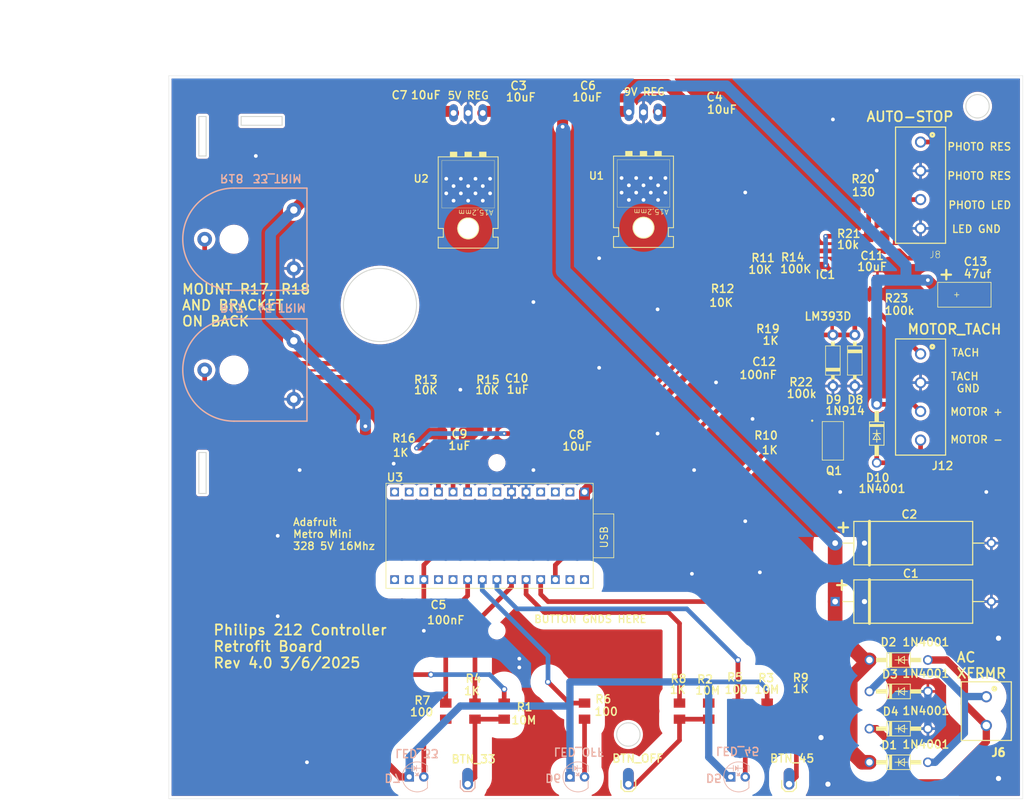
<source format=kicad_pcb>
(kicad_pcb (version 20240108) (generator "pcbnew") (generator_version "8.0")
  (layers (0 "F.Cu" signal) (31 "B.Cu" signal) (34 "B.Paste" user) (35 "F.Paste" user) (36 "B.SilkS" user "B.Silkscreen") (37 "F.SilkS" user "F.Silkscreen") (38 "B.Mask" user) (39 "F.Mask" user) (44 "Edge.Cuts" user))
  (net 0 "")
  (net 1 "A1")
  (net 2 "A0")
  (net 3 "GND")
  (net 4 "D2")
  (net 5 "B33_D8")
  (net 6 "BOFF_D9")
  (net 7 "B45_D10")
  (net 8 "L45")
  (net 9 "LOFF")
  (net 10 "L33")
  (net 11 "+5V")
  (net 12 "N$4")
  (net 13 "N$6")
  (net 14 "+9V")
  (net 15 "A0N")
  (net 16 "A1N")
  (net 17 "MOTR-")
  (net 18 "CMPOUT")
  (net 19 "CIN-")
  (net 20 "D10_GATE")
  (net 21 "CIN+")
  (net 22 "TACH")
  (net 23 "V+")
  (net 24 "LOFF_D6")
  (net 25 "L45_D7")
  (net 26 "D10")
  (net 27 "D9")
  (net 28 "D8")
  (net 29 "N$1")
  (net 30 "A2_PHOTO")
  (net 31 "N$2")
  (net 32 "N$3")
  (footprint "1206_510" (layer "F.Cu") (at 137.0711 49.7586 -90)
    (property "Reference" "C3")
    (property "Value" "10uF")
  )
  (footprint "M1206_348" (layer "F.Cu") (at 186.6011 91.6686 90)
    (property "Reference" "R22")
    (property "Value" "100k")
  )
  (footprint "M1206_348" (layer "F.Cu") (at 199.3011 64.9986 180)
    (property "Reference" "R20")
    (property "Value" "130")
  )
  (footprint "M1206_348" (layer "F.Cu") (at 198.0311 82.7786)
    (property "Reference" "R23")
    (property "Value" "100k")
  )
  (footprint "M1206_348" (layer "F.Cu") (at 184.0611 105.6386 90)
    (property "Reference" "R10")
    (property "Value" "1K")
  )
  (footprint "78XXL_526" (layer "F.Cu") (at 158.75 57.404 180)
    (property "Reference" "U1")
    (property "Value" "")
  )
  (footprint "1206_510" (layer "F.Cu") (at 149.7711 49.7586 -90)
    (property "Reference" "C6")
    (property "Value" "10uF")
  )
  (footprint "M1206_348" (layer "F.Cu") (at 121.8311 100.5586 90)
    (property "Reference" "R13")
    (property "Value" "10K")
  )
  (footprint "M1206_348" (layer "F.Cu") (at 165.0111 152.6286 90)
    (property "Reference" "R8")
    (property "Value" "1K")
  )
  (footprint "1206_510" (layer "F.Cu") (at 147.2311 109.4486 180)
    (property "Reference" "C8")
    (property "Value" "10uF")
  )
  (footprint "SO08_262" (layer "F.Cu") (at 190.4111 80.2386 -90)
    (property "Reference" "IC1")
    (property "Value" "LM393D")
  )
  (footprint "DO-41_467" (layer "F.Cu") (at 195.4911 91.6686 90)
    (property "Reference" "D8")
    (property "Value" "1N914")
  )
  (footprint "1X01_OFFSET_513" (layer "F.Cu") (at 156.1211 165.3286)
    (property "Reference" "J4" (hide yes))
    (property "Value" "")
  )
  (footprint "1206_510" (layer "F.Cu") (at 167.5511 49.7586 -90)
    (property "Reference" "C4")
    (property "Value" "10uF")
  )
  (footprint "" (layer "F.Cu") (at 87.5411 93.3196)
    (property "Reference" "@HOLE1" (hide yes))
    (property "Value" "")
  )
  (footprint "M1206_348" (layer "F.Cu") (at 179.959 80.137 90)
    (property "Reference" "R11")
    (property "Value" "10K")
  )
  (footprint "1X01_OFFSET_513" (layer "F.Cu") (at 184.0611 165.3286)
    (property "Reference" "J5" (hide yes))
    (property "Value" "")
  )
  (footprint "M1206_348" (layer "F.Cu") (at 124.3711 152.6286 90)
    (property "Reference" "R7")
    (property "Value" "100")
  )
  (footprint "1206_510" (layer "F.Cu") (at 126.9111 100.5586 90)
    (property "Reference" "C9")
    (property "Value" "1uF")
  )
  (footprint "" (layer "F.Cu") (at 133.2611 138.6586)
    (property "Reference" "@HOLE2" (hide yes))
    (property "Value" "")
  )
  (footprint "M1206_348" (layer "F.Cu") (at 199.3011 70.0786 180)
    (property "Reference" "R21")
    (property "Value" "10k")
  )
  (footprint "M1206_348" (layer "F.Cu") (at 131.9911 100.5586 90)
    (property "Reference" "R15")
    (property "Value" "10K")
  )
  (footprint "DO41-10_210" (layer "F.Cu") (at 203.1111 143.7386)
    (property "Reference" "D2")
    (property "Value" "1N4001")
  )
  (footprint "1206_510" (layer "F.Cu") (at 137.0711 100.5586 90)
    (property "Reference" "C10")
    (property "Value" "1uF")
  )
  (footprint "DO41-10_210" (layer "F.Cu") (at 199.3011 104.3686 -90)
    (property "Reference" "D10")
    (property "Value" "1N4001")
  )
  (footprint "M1206_348" (layer "F.Cu") (at 121.8311 108.1786 90)
    (property "Reference" "R16")
    (property "Value" "1K")
  )
  (footprint "AVX-D_464" (layer "F.Cu") (at 214.5411 80.2386)
    (property "Reference" "C13")
    (property "Value" "47uf")
  )
  (footprint "0805_510" (layer "F.Cu") (at 183.388 92.5576 -90)
    (property "Reference" "C12")
    (property "Value" "100nF")
  )
  (footprint "M1206_348" (layer "F.Cu") (at 175.1711 152.6286 90)
    (property "Reference" "R5")
    (property "Value" "100")
  )
  (footprint "M1206_348" (layer "F.Cu") (at 148.5011 152.6286 90)
    (property "Reference" "R6")
    (property "Value" "100")
  )
  (footprint "M1206_348" (layer "F.Cu") (at 180.2511 152.6286 90)
    (property "Reference" "R3")
    (property "Value" "10M")
  )
  (footprint "DO-41_467" (layer "F.Cu") (at 191.6811 91.6686 -90)
    (property "Reference" "D9")
    (property "Value" "1N914")
  )
  (footprint "DO41-10_210" (layer "F.Cu") (at 203.1111 161.5186)
    (property "Reference" "D1")
    (property "Value" "1N4001")
  )
  (footprint "" (layer "F.Cu") (at 133.2611 109.4486)
    (property "Reference" "@HOLE3" (hide yes))
    (property "Value" "")
  )
  (footprint "SOT-223" (layer "F.Cu") (at 191.6811 105.6386 -90)
    (property "Reference" "Q1")
    (property "Value" "FDT439N SOT-223" (hide yes))
  )
  (footprint "M1206_348" (layer "F.Cu") (at 183.896 80.137 -90)
    (property "Reference" "R14")
    (property "Value" "100K")
  )
  (footprint "M1206_348" (layer "F.Cu") (at 183.896 85.725 -90)
    (property "Reference" "R19")
    (property "Value" "1K")
  )
  (footprint "0805_510" (layer "F.Cu") (at 120.5611 134.8486 -90)
    (property "Reference" "C5")
    (property "Value" "100nF")
  )
  (footprint "CAPPAD1700W60L1040D500P" (layer "F.Cu") (at 205.6511 133.5786)
    (property "Reference" "C1")
    (property "Value" "1000UF" (hide yes))
  )
  (footprint "691131710004_16177944" (layer "F.Cu") (at 206.9211 61.1886 -90)
    (property "Reference" "J8")
    (property "Value" "")
  )
  (footprint "691131710002_16177944" (layer "F.Cu") (at 218.3511 152.6286 -90)
    (property "Reference" "J6")
    (property "Value" "")
  )
  (footprint "M1206_348" (layer "F.Cu") (at 176.149 80.137 -90)
    (property "Reference" "R12")
    (property "Value" "10K")
  )
  (footprint "1206_510" (layer "F.Cu") (at 198.0311 77.6986)
    (property "Reference" "C11")
    (property "Value" "10uF")
  )
  (footprint "CAPPAD1700W60L1040D500P" (layer "F.Cu") (at 205.6511 123.4186)
    (property "Reference" "C2")
    (property "Value" "1000UF" (hide yes))
  )
  (footprint "M1206_348" (layer "F.Cu") (at 185.3311 152.6286 90)
    (property "Reference" "R9")
    (property "Value" "1K")
  )
  (footprint "78XXL_526" (layer "F.Cu") (at 128.27 57.531 180)
    (property "Reference" "U2")
    (property "Value" "")
  )
  (footprint "DO41-10_210" (layer "F.Cu") (at 203.1111 149.1996)
    (property "Reference" "D3")
    (property "Value" "1N4001")
  )
  (footprint "M1206_348" (layer "F.Cu") (at 170.0911 152.6286 90)
    (property "Reference" "R2")
    (property "Value" "10M")
  )
  (footprint "METRO_MINI" (layer "F.Cu") (at 131.9911 122.1486)
    (property "Reference" "U3")
    (property "Value" "METRO_MINI")
  )
  (footprint "" (layer "F.Cu") (at 87.5411 70.5866)
    (property "Reference" "@HOLE0" (hide yes))
    (property "Value" "")
  )
  (footprint "DO41-10_210" (layer "F.Cu") (at 203.1111 155.6766)
    (property "Reference" "D4")
    (property "Value" "1N4001")
  )
  (footprint "691131710004_16177944" (layer "F.Cu") (at 206.9211 98.0186 -90)
    (property "Reference" "J12")
    (property "Value" "")
  )
  (footprint "M1206_348" (layer "F.Cu") (at 134.5311 152.6286 90)
    (property "Reference" "R1")
    (property "Value" "10M")
  )
  (footprint "1206_510" (layer "F.Cu") (at 119.2911 49.7586 -90)
    (property "Reference" "C7")
    (property "Value" "10uF")
  )
  (footprint "M1206_348" (layer "F.Cu") (at 129.4511 152.6286 90)
    (property "Reference" "R4")
    (property "Value" "1K")
  )
  (footprint "PH212_POT" (layer "B.Cu") (at 87.5411 93.3196 90)
    (property "Reference" "R17")
    (property "Value" "45_TRIM")
  )
  (footprint "PH212_POT" (layer "B.Cu") (at 87.5411 70.5866 90)
    (property "Reference" "R18")
    (property "Value" "33_TRIM")
  )
  (footprint "1X01_OFFSET_513" (layer "B.Cu") (at 128.1811 165.3286 180)
    (property "Reference" "J3" (hide yes))
    (property "Value" "")
  )
  (footprint "LED2-2.54-D5.0MM_472" (layer "B.Cu") (at 175.1711 164.0586)
    (property "Reference" "D5")
    (property "Value" "LED_45")
  )
  (footprint "LED2-2.54-D5.0MM_472" (layer "B.Cu") (at 119.2911 164.0586)
    (property "Reference" "D7")
    (property "Value" "LED_33")
  )
  (footprint "LED2-2.54-D5.0MM_472" (layer "B.Cu") (at 147.2311 164.0586)
    (property "Reference" "D6")
    (property "Value" "LED_OFF")
  )
  (gr_line (start 95.9231 49.2506) (end 88.8111 49.2506) (stroke (width 0.1524)) (layer "Edge.Cuts"))
  (gr_line (start 82.7151 114.7826) (end 82.7151 107.6706) (stroke (width 0.1524)) (layer "Edge.Cuts"))
  (gr_line (start 224.7011 167.8686) (end 224.7011 42.1386) (stroke (width 0.05)) (layer "Edge.Cuts"))
  (gr_line (start 81.4451 114.7826) (end 82.7151 114.7826) (stroke (width 0.1524)) (layer "Edge.Cuts"))
  (gr_line (start 224.7011 42.1386) (end 76.2 42.1386) (stroke (width 0.05)) (layer "Edge.Cuts"))
  (gr_line (start 82.7151 56.1086) (end 82.7151 49.2506) (stroke (width 0.1524)) (layer "Edge.Cuts"))
  (gr_line (start 81.4451 56.1086) (end 82.7151 56.1086) (stroke (width 0.1524)) (layer "Edge.Cuts"))
  (gr_line (start 76.2 42.1386) (end 76.2 167.8686) (stroke (width 0.05)) (layer "Edge.Cuts"))
  (gr_circle (center 112.9411 82.0166) (end 119.2911 82.0166) (stroke (width 0.1524)) (fill none) (layer "Edge.Cuts"))
  (gr_line (start 81.4451 49.2506) (end 81.4451 56.1086) (stroke (width 0.1524)) (layer "Edge.Cuts"))
  (gr_circle (center 216.8271 47.4726) (end 218.8591 47.4726) (stroke (width 0.1524)) (fill none) (layer "Edge.Cuts"))
  (gr_line (start 88.8111 50.7746) (end 95.9231 50.7746) (stroke (width 0.1524)) (layer "Edge.Cuts"))
  (gr_circle (center 156.1211 156.6926) (end 158.1531 156.6926) (stroke (width 0.1524)) (fill none) (layer "Edge.Cuts"))
  (gr_line (start 81.4451 107.6706) (end 81.4451 114.7826) (stroke (width 0.1524)) (layer "Edge.Cuts"))
  (gr_line (start 82.7151 107.6706) (end 81.4451 107.6706) (stroke (width 0.1524)) (layer "Edge.Cuts"))
  (gr_line (start 88.8111 49.2506) (end 88.8111 50.7746) (stroke (width 0.1524)) (layer "Edge.Cuts"))
  (gr_line (start 95.9231 50.7746) (end 95.9231 49.2506) (stroke (width 0.1524)) (layer "Edge.Cuts"))
  (gr_line (start 76.2 167.8686) (end 224.7011 167.8686) (stroke (width 0.05)) (layer "Edge.Cuts"))
  (gr_line (start 82.7151 49.2506) (end 81.4451 49.2506) (stroke (width 0.1524)) (layer "Edge.Cuts"))
  (gr_text "MOUNT R17, R18\nAND BRACKET \nON BACK" (at 78.359 85.852 0) (layer "F.SilkS") (effects (font (size 1.7272 1.7272) (thickness 0.3048)) (justify left bottom)))
  (gr_text "+" (at 209.804 77.851 0) (layer "F.SilkS") (effects (font (size 2.159 2.159) (thickness 0.381)) (justify left bottom)))
  (gr_text "MOTOR_TACH" (at 204.47 87.249 0) (layer "F.SilkS") (effects (font (size 1.7272 1.7272) (thickness 0.3048)) (justify left bottom)))
  (gr_text "TACH\n GND" (at 212.09 97.282 0) (layer "F.SilkS") (effects (font (size 1.2954 1.2954) (thickness 0.2286)) (justify left bottom)))
  (gr_text "BUTTON GNDS HERE" (at 139.6111 137.3886 0) (layer "F.SilkS") (effects (font (size 1.2954 1.2954) (thickness 0.2286)) (justify left bottom)))
  (gr_text "PHOTO RES" (at 211.454637 55.251604 0) (layer "F.SilkS") (effects (font (size 1.2954 1.2954) (thickness 0.2286)) (justify left bottom)))
  (gr_text "Philips 212 Controller \nRetrofit Board\nRev 4.0 3/6/2025" (at 83.82 145.288 0) (layer "F.SilkS") (effects (font (size 1.778 1.778) (thickness 0.3048)) (justify left bottom)))
  (gr_text "9V REG" (at 155.194 45.72 0) (layer "F.SilkS") (effects (font (size 1.2954 1.2954) (thickness 0.2286)) (justify left bottom)))
  (gr_text "MOTOR -" (at 211.963 106.172 0) (layer "F.SilkS") (effects (font (size 1.2954 1.2954) (thickness 0.2286)) (justify left bottom)))
  (gr_text "BTN_OFF" (at 153.162 161.671 0) (layer "F.SilkS") (effects (font (size 1.397 1.397) (thickness 0.254)) (justify left bottom)))
  (gr_text "5V REG" (at 124.587 46.355 0) (layer "F.SilkS") (effects (font (size 1.2954 1.2954) (thickness 0.2286)) (justify left bottom)))
  (gr_text "MOTOR +" (at 211.963 101.346 0) (layer "F.SilkS") (effects (font (size 1.2954 1.2954) (thickness 0.2286)) (justify left bottom)))
  (gr_text "TACH" (at 212.217 91.059 0) (layer "F.SilkS") (effects (font (size 1.2954 1.2954) (thickness 0.2286)) (justify left bottom)))
  (gr_text "BTN_33" (at 125.222 161.798 0) (layer "F.SilkS") (effects (font (size 1.397 1.397) (thickness 0.254)) (justify left bottom)))
  (gr_text "LED GND" (at 212.2551 69.5706 0) (layer "F.SilkS") (effects (font (size 1.2954 1.2954) (thickness 0.2286)) (justify left bottom)))
  (gr_text "AUTO-STOP" (at 197.358 50.292 0) (layer "F.SilkS") (effects (font (size 1.7272 1.7272) (thickness 0.3048)) (justify left bottom)))
  (gr_text "PHOTO LED" (at 211.639694 65.411604 0) (layer "F.SilkS") (effects (font (size 1.2954 1.2954) (thickness 0.2286)) (justify left bottom)))
  (gr_text "+" (at 191.643 131.826 0) (layer "F.SilkS") (effects (font (size 2.159 2.159) (thickness 0.381)) (justify left bottom)))
  (gr_text "PHOTO RES" (at 211.454637 60.331604 0) (layer "F.SilkS") (effects (font (size 1.2954 1.2954) (thickness 0.2286)) (justify left bottom)))
  (gr_text "AC \nXFRMR" (at 213.038388 147.069967 0) (layer "F.SilkS") (effects (font (size 1.7272 1.7272) (thickness 0.3048)) (justify left bottom)))
  (gr_text "BTN_45" (at 180.594 161.671 0) (layer "F.SilkS") (effects (font (size 1.397 1.397) (thickness 0.254)) (justify left bottom)))
  (gr_text "Adafruit \nMetro Mini \n328 5V 16Mhz" (at 97.7011 124.6886 0) (layer "F.SilkS") (effects (font (size 1.2954 1.2954) (thickness 0.2286)) (justify left bottom)))
  (gr_text "+" (at 191.897 121.793 0) (layer "F.SilkS") (effects (font (size 2.159 2.159) (thickness 0.381)) (justify left bottom)))
  (segment (start 117.2621 94.5896) (end 94.7801 94.5896) (width 0.8128) (layer "F.Cu") (net 1))
  (segment (start 82.4611 95.8596) (end 82.4611 93.3196) (width 0.8128) (layer "F.Cu") (net 1))
  (segment (start 121.8311 99.1586) (end 117.2621 94.5896) (width 0.8128) (layer "F.Cu") (net 1))
  (segment (start 91.3511 98.0186) (end 84.6201 98.0186) (width 0.8128) (layer "F.Cu") (net 1))
  (segment (start 94.7801 94.5896) (end 91.3511 98.0186) (width 0.8128) (layer "F.Cu") (net 1))
  (segment (start 84.6201 98.0186) (end 82.4611 95.8596) (width 0.8128) (layer "F.Cu") (net 1))
  (segment (start 82.4611 81.5086) (end 93.1291 92.1766) (width 0.8128) (layer "F.Cu") (net 2))
  (segment (start 93.1291 92.1766) (end 127.4191 92.1766) (width 0.8128) (layer "F.Cu") (net 2))
  (segment (start 82.4611 81.5086) (end 82.4611 70.5866) (width 0.8128) (layer "F.Cu") (net 2))
  (segment (start 131.9911 96.7486) (end 127.4191 92.1766) (width 0.8128) (layer "F.Cu") (net 2))
  (segment (start 131.9911 99.1586) (end 131.9911 96.7486) (width 0.8128) (layer "F.Cu") (net 2))
  (segment (start 120.5611 135.7486) (end 120.5611 138.6586) (width 0.8128) (layer "F.Cu") (net 3))
  (via (at 130.81 63.881) (size 1.0564) (drill 0.65) (layers "F.Cu" "B.Cu") (net 3))
  (via (at 154.94 62.484) (size 1.0564) (drill 0.65) (layers "F.Cu" "B.Cu") (net 3))
  (via (at 197.1675 133.5786) (size 1.3064) (drill 0.9) (layers "F.Cu" "B.Cu") (net 3))
  (via (at 139.6111 110.7186) (size 1.0564) (drill 0.65) (layers "F.Cu" "B.Cu") (net 3))
  (via (at 161.29 61.214) (size 1.0564) (drill 0.65) (layers "F.Cu" "B.Cu") (net 3))
  (via (at 161.29 63.754) (size 1.0564) (drill 0.65) (layers "F.Cu" "B.Cu") (net 3))
  (via (at 218.3511 114.5286) (size 1.0564) (drill 0.65) (layers "F.Cu" "B.Cu") (net 3))
  (via (at 129.54 62.611) (size 1.0564) (drill 0.65) (layers "F.Cu" "B.Cu") (net 3))
  (via (at 177.7111 101.8286) (size 1.0564) (drill 0.65) (layers "F.Cu" "B.Cu") (net 3))
  (via (at 128.27 61.341) (size 1.0564) (drill 0.65) (layers "F.Cu" "B.Cu") (net 3))
  (via (at 127 60.071) (size 1.0564) (drill 0.65) (layers "F.Cu" "B.Cu") (net 3))
  (via (at 100.2411 161.5186) (size 1.0564) (drill 0.65) (layers "F.Cu" "B.Cu") (net 3))
  (via (at 124.46 62.611) (size 1.0564) (drill 0.65) (layers "F.Cu" "B.Cu") (net 3))
  (via (at 171.3611 95.4786) (size 1.0564) (drill 0.65) (layers "F.Cu" "B.Cu") (net 3))
  (via (at 197.1675 123.4186) (size 1.3064) (drill 0.9) (layers "F.Cu" "B.Cu") (net 3))
  (via (at 156.21 63.754) (size 1.0564) (drill 0.65) (layers "F.Cu" "B.Cu") (net 3))
  (via (at 220.472 164.338) (size 1.3064) (drill 0.9) (layers "F.Cu" "B.Cu") (net 3))
  (via (at 156.21 61.214) (size 1.0564) (drill 0.65) (layers "F.Cu" "B.Cu") (net 3))
  (via (at 127 62.611) (size 1.0564) (drill 0.65) (layers "F.Cu" "B.Cu") (net 3))
  (via (at 151.0411 73.8886) (size 1.0564) (drill 0.65) (layers "F.Cu" "B.Cu") (net 3))
  (via (at 157.48 62.484) (size 1.0564) (drill 0.65) (layers "F.Cu" "B.Cu") (net 3))
  (via (at 137.16 143.51) (size 1.0564) (drill 0.65) (layers "F.Cu" "B.Cu") (net 3))
  (via (at 132.08 60.071) (size 1.0564) (drill 0.65) (layers "F.Cu" "B.Cu") (net 3))
  (via (at 158.75 63.754) (size 1.0564) (drill 0.65) (layers "F.Cu" "B.Cu") (net 3))
  (via (at 115.316 109.601) (size 1.0564) (drill 0.65) (layers "F.Cu" "B.Cu") (net 3))
  (via (at 95.1611 122.1486) (size 1.0564) (drill 0.65) (layers "F.Cu" "B.Cu") (net 3))
  (via (at 190.8175 165.3286) (size 1.3064) (drill 0.9) (layers "F.Cu" "B.Cu") (net 3))
  (via (at 98.9711 110.7186) (size 1.0564) (drill 0.65) (layers "F.Cu" "B.Cu") (net 3))
  (via (at 189.611 157.226) (size 1.3064) (drill 0.9) (layers "F.Cu" "B.Cu") (net 3))
  (via (at 129.54 60.071) (size 1.0564) (drill 0.65) (layers "F.Cu" "B.Cu") (net 3))
  (via (at 162.56 59.944) (size 1.0564) (drill 0.65) (layers "F.Cu" "B.Cu") (net 3))
  (via (at 151.0411 92.9386) (size 1.0564) (drill 0.65) (layers "F.Cu" "B.Cu") (net 3))
  (via (at 120.5611 138.6586) (size 1.0564) (drill 0.65) (layers "F.Cu" "B.Cu") (net 3))
  (via (at 130.81 61.341) (size 1.0564) (drill 0.65) (layers "F.Cu" "B.Cu") (net 3))
  (via (at 132.08 62.611) (size 1.0564) (drill 0.65) (layers "F.Cu" "B.Cu") (net 3))
  (via (at 178.9811 128.4986) (size 1.0564) (drill 0.65) (layers "F.Cu" "B.Cu") (net 3))
  (via (at 157.48 59.944) (size 1.0564) (drill 0.65) (layers "F.Cu" "B.Cu") (net 3))
  (via (at 125.73 61.341) (size 1.0564) (drill 0.65) (layers "F.Cu" "B.Cu") (net 3))
  (via (at 162.56 62.484) (size 1.0564) (drill 0.65) (layers "F.Cu" "B.Cu") (net 3))
  (via (at 126.9111 96.7486) (size 1.0564) (drill 0.65) (layers "F.Cu" "B.Cu") (net 3))
  (via (at 160.02 62.484) (size 1.0564) (drill 0.65) (layers "F.Cu" "B.Cu") (net 3))
  (via (at 167.1701 128.7526) (size 1.0564) (drill 0.65) (layers "F.Cu" "B.Cu") (net 3))
  (via (at 154.94 59.944) (size 1.0564) (drill 0.65) (layers "F.Cu" "B.Cu") (net 3))
  (via (at 199.3011 58.6486) (size 1.0564) (drill 0.65) (layers "F.Cu" "B.Cu") (net 3))
  (via (at 158.75 61.214) (size 1.0564) (drill 0.65) (layers "F.Cu" "B.Cu") (net 3))
  (via (at 125.73 63.881) (size 1.0564) (drill 0.65) (layers "F.Cu" "B.Cu") (net 3))
  (via (at 91.3511 56.1086) (size 1.0564) (drill 0.65) (layers "F.Cu" "B.Cu") (net 3))
  (via (at 139.6111 81.5086) (size 1.0564) (drill 0.65) (layers "F.Cu" "B.Cu") (net 3))
  (via (at 191.6811 49.7586) (size 1.0564) (drill 0.65) (layers "F.Cu" "B.Cu") (net 3))
  (via (at 128.27 63.881) (size 1.0564) (drill 0.65) (layers "F.Cu" "B.Cu") (net 3))
  (via (at 220.472 139.954) (size 1.3064) (drill 0.9) (layers "F.Cu" "B.Cu") (net 3))
  (via (at 192.9511 114.5286) (size 1.0564) (drill 0.65) (layers "F.Cu" "B.Cu") (net 3))
  (via (at 167.5511 110.7186) (size 1.0564) (drill 0.65) (layers "F.Cu" "B.Cu") (net 3))
  (via (at 124.46 60.071) (size 1.0564) (drill 0.65) (layers "F.Cu" "B.Cu") (net 3))
  (via (at 137.16 145.034) (size 1.0564) (drill 0.65) (layers "F.Cu" "B.Cu") (net 3))
  (via (at 160.02 59.944) (size 1.0564) (drill 0.65) (layers "F.Cu" "B.Cu") (net 3))
  (via (at 161.2011 104.3686) (size 1.0564) (drill 0.65) (layers "F.Cu" "B.Cu") (net 3))
  (via (at 161.2011 82.7786) (size 1.0564) (drill 0.65) (layers "F.Cu" "B.Cu") (net 3))
  (via (at 176.4411 119.6086) (size 1.0564) (drill 0.65) (layers "F.Cu" "B.Cu") (net 3))
  (via (at 95.1611 136.1186) (size 1.0564) (drill 0.65) (layers "F.Cu" "B.Cu") (net 3))
  (via (at 176.4411 62.4586) (size 1.0564) (drill 0.65) (layers "F.Cu" "B.Cu") (net 3))
  (segment (start 208.1911 149.1996) (end 208.1911 155.6766) (width 1.27) (layer "B.Cu") (net 3))
  (segment (start 176.4411 95.4786) (end 176.4411 84.9279) (width 0.8128) (layer "F.Cu") (net 4))
  (segment (start 124.3711 123.4186) (end 148.5011 123.4186) (width 0.8128) (layer "F.Cu") (net 4))
  (segment (start 120.5611 129.7686) (end 120.5611 133.9486) (width 0.8128) (layer "F.Cu") (net 4))
  (segment (start 120.5611 129.7686) (end 120.5611 127.2286) (width 0.8128) (layer "F.Cu") (net 4))
  (segment (start 179.832 81.537) (end 179.959 81.537) (width 0.8128) (layer "F.Cu") (net 4))
  (segment (start 120.5611 127.2286) (end 124.3711 123.4186) (width 0.8128) (layer "F.Cu") (net 4))
  (segment (start 148.5011 123.4186) (end 176.4411 95.4786) (width 0.8128) (layer "F.Cu") (net 4))
  (segment (start 176.4411 84.9279) (end 179.832 81.537) (width 0.8128) (layer "F.Cu") (net 4))
  (segment (start 129.3211 164.1886) (end 129.4511 164.1886) (width 0.8128) (layer "F.Cu") (net 5))
  (segment (start 129.4511 154.0286) (end 134.5311 154.0286) (width 0.8128) (layer "F.Cu") (net 5))
  (segment (start 129.4511 164.1886) (end 129.4511 154.0286) (width 0.8128) (layer "F.Cu") (net 5))
  (segment (start 128.1811 165.3286) (end 129.3211 164.1886) (width 0.8128) (layer "F.Cu") (net 5))
  (segment (start 165.0111 154.0286) (end 170.0911 154.0286) (width 0.8128) (layer "F.Cu") (net 6))
  (segment (start 156.1211 165.3286) (end 157.3784 165.3286) (width 0.8128) (layer "F.Cu") (net 6))
  (segment (start 157.3784 165.3286) (end 165.0111 157.6959) (width 0.8128) (layer "F.Cu") (net 6))
  (segment (start 165.0111 157.6959) (end 165.0111 154.0286) (width 0.8128) (layer "F.Cu") (net 6))
  (segment (start 165.0111 154.0286) (end 165.0111 153.8986) (width 0.8128) (layer "F.Cu") (net 6))
  (segment (start 180.2511 154.0286) (end 185.3311 154.0286) (width 0.8128) (layer "F.Cu") (net 7))
  (segment (start 185.3311 154.0286) (end 185.3311 164.0586) (width 0.8128) (layer "F.Cu") (net 7))
  (segment (start 185.3311 153.8986) (end 185.3311 154.0286) (width 0.8128) (layer "F.Cu") (net 7))
  (segment (start 185.3311 164.0586) (end 184.0611 165.3286) (width 0.8128) (layer "F.Cu") (net 7))
  (segment (start 175.1711 154.0286) (end 175.1711 158.9786) (width 0.8128) (layer "F.Cu") (net 8))
  (segment (start 176.4409 160.2484) (end 176.4409 164.0586) (width 0.8128) (layer "F.Cu") (net 8))
  (segment (start 175.1711 158.9786) (end 176.4409 160.2484) (width 0.8128) (layer "F.Cu") (net 8))
  (segment (start 148.5009 154.0288) (end 148.5009 164.0586) (width 0.8128) (layer "F.Cu") (net 9))
  (segment (start 148.5011 154.0286) (end 148.5009 154.0288) (width 0.8128) (layer "F.Cu") (net 9))
  (segment (start 120.5609 157.8388) (end 120.5609 164.0586) (width 0.8128) (layer "F.Cu") (net 10))
  (segment (start 124.3711 154.0286) (end 120.5609 157.8388) (width 0.8128) (layer "F.Cu") (net 10))
  (segment (start 110.4011 146.2786) (end 110.4011 119.6086) (width 1.905) (layer "F.Cu") (net 11))
  (segment (start 151.0411 111.9886) (end 151.0411 109.4486) (width 1.905) (layer "F.Cu") (net 11))
  (segment (start 197.9011 70.0786) (end 190.4111 70.0786) (width 0.8128) (layer "F.Cu") (net 11))
  (segment (start 148.5011 114.5286) (end 151.0411 111.9886) (width 1.905) (layer "F.Cu") (net 11))
  (segment (start 110.4011 158.0261) (end 110.4011 146.2786) (width 1.905) (layer "F.Cu") (net 11))
  (segment (start 110.4011 158.0261) (end 116.4336 164.0586) (width 1.27) (layer "F.Cu") (net 11))
  (segment (start 147.2311 119.6086) (end 110.4011 119.6086) (width 1.905) (layer "F.Cu") (net 11))
  (segment (start 170.942 89.5477) (end 151.0411 109.4486) (width 1.27) (layer "F.Cu") (net 11))
  (segment (start 110.4011 103.0986) (end 110.4011 119.6086) (width 1.905) (layer "F.Cu") (net 11))
  (segment (start 125.4476 48.3586) (end 119.2911 48.3586) (width 1.905) (layer "F.Cu") (net 11))
  (segment (start 192.9511 77.6986) (end 193.0111 77.7586) (width 0.8128) (layer "F.Cu") (net 11))
  (segment (start 148.5011 118.3386) (end 147.2311 119.6086) (width 1.905) (layer "F.Cu") (net 11))
  (segment (start 170.942 78.994) (end 174.7774 75.1586) (width 1.27) (layer "F.Cu") (net 11))
  (segment (start 170.942 81.28) (end 170.942 89.5477) (width 1.27) (layer "F.Cu") (net 11))
  (segment (start 192.9511 77.6986) (end 190.4111 75.1586) (width 0.8128) (layer "F.Cu") (net 11))
  (segment (start 176.1206 81.5086) (end 176.149 81.537) (width 0.8128) (layer "F.Cu") (net 11))
  (segment (start 116.4336 164.0586) (end 118.0213 164.0586) (width 1.27) (layer "F.Cu") (net 11))
  (segment (start 119.2911 48.3586) (end 115.1031 48.3586) (width 1.905) (layer "F.Cu") (net 11))
  (segment (start 115.1031 48.3586) (end 97.9551 65.5066) (width 1.905) (layer "F.Cu") (net 11))
  (segment (start 180.2511 151.2286) (end 180.2511 148.8186) (width 0.8128) (layer "F.Cu") (net 11))
  (segment (start 148.6311 109.4486) (end 151.0411 109.4486) (width 1.905) (layer "F.Cu") (net 11))
  (segment (start 134.5311 148.8186) (end 134.5311 151.2286) (width 0.8128) (layer "F.Cu") (net 11))
  (segment (start 125.73 48.641) (end 125.4476 48.3586) (width 1.905) (layer "F.Cu") (net 11))
  (segment (start 193.0111 77.7586) (end 193.0111 78.3336) (width 0.6096) (layer "F.Cu") (net 11))
  (segment (start 121.793 146.2786) (end 110.4011 146.2786) (width 0.8128) (layer "F.Cu") (net 11))
  (segment (start 170.942 81.28) (end 171.1706 81.5086) (width 0.8128) (layer "F.Cu") (net 11))
  (segment (start 174.7774 75.1586) (end 190.4111 75.1586) (width 1.27) (layer "F.Cu") (net 11))
  (segment (start 148.5011 114.5286) (end 148.5011 118.3386) (width 1.905) (layer "F.Cu") (net 11))
  (segment (start 171.1706 81.5086) (end 176.1206 81.5086) (width 0.8128) (layer "F.Cu") (net 11))
  (segment (start 170.942 81.28) (end 170.942 78.994) (width 1.27) (layer "F.Cu") (net 11))
  (segment (start 192.9511 77.6986) (end 196.6311 77.6986) (width 0.8128) (layer "F.Cu") (net 11))
  (segment (start 197.9011 64.9986) (end 197.9011 70.0786) (width 0.8128) (layer "F.Cu") (net 11))
  (segment (start 170.0911 151.2286) (end 170.0911 147.5486) (width 0.8128) (layer "F.Cu") (net 11))
  (via (at 190.4111 75.1586) (size 0.7564) (drill 0.35) (layers "F.Cu" "B.Cu") (net 11))
  (via (at 110.4011 103.0986) (size 1.0564) (drill 0.65) (layers "F.Cu" "B.Cu") (net 11))
  (via (at 180.2511 148.8186) (size 0.7564) (drill 0.35) (layers "F.Cu" "B.Cu") (net 11))
  (via (at 134.5311 148.8186) (size 1.0564) (drill 0.65) (layers "F.Cu" "B.Cu") (net 11))
  (via (at 121.793 146.2786) (size 1.0564) (drill 0.65) (layers "F.Cu" "B.Cu") (net 11))
  (via (at 170.0911 147.5486) (size 0.7564) (drill 0.35) (layers "F.Cu" "B.Cu") (net 11))
  (via (at 190.4111 70.0786) (size 0.7564) (drill 0.35) (layers "F.Cu" "B.Cu") (net 11))
  (segment (start 126.8984 151.7396) (end 118.0213 160.6167) (width 1.27) (layer "B.Cu") (net 11))
  (segment (start 170.0911 147.5486) (end 169.7101 147.5486) (width 0.8128) (layer "B.Cu") (net 11))
  (segment (start 97.9551 88.2396) (end 93.8911 84.1756) (width 1.905) (layer "B.Cu") (net 11))
  (segment (start 173.5201 164.0586) (end 170.0911 160.6296) (width 1.27) (layer "B.Cu") (net 11))
  (segment (start 145.9613 151.7396) (end 145.9613 147.5486) (width 1.27) (layer "B.Cu") (net 11))
  (segment (start 121.793 146.2786) (end 131.9911 146.2786) (width 0.8128) (layer "B.Cu") (net 11))
  (segment (start 110.4011 100.6856) (end 110.4011 103.0986) (width 1.905) (layer "B.Cu") (net 11))
  (segment (start 180.2511 148.8186) (end 178.9811 147.5486) (width 0.8128) (layer "B.Cu") (net 11))
  (segment (start 178.9811 147.5486) (end 170.0911 147.5486) (width 0.8128) (layer "B.Cu") (net 11))
  (segment (start 170.0911 147.9296) (end 169.7101 147.5486) (width 1.27) (layer "B.Cu") (net 11))
  (segment (start 93.8911 69.5706) (end 93.8911 84.1756) (width 1.905) (layer "B.Cu") (net 11))
  (segment (start 170.0911 160.6296) (end 170.0911 147.9296) (width 1.27) (layer "B.Cu") (net 11))
  (segment (start 169.7101 147.5486) (end 145.9613 147.5486) (width 1.27) (layer "B.Cu") (net 11))
  (segment (start 118.0213 160.6167) (end 118.0213 164.0586) (width 1.27) (layer "B.Cu") (net 11))
  (segment (start 190.4111 70.0786) (end 190.4111 75.1586) (width 0.8128) (layer "B.Cu") (net 11))
  (segment (start 145.9613 151.7396) (end 126.8984 151.7396) (width 1.27) (layer "B.Cu") (net 11))
  (segment (start 145.9613 164.0586) (end 145.9613 151.7396) (width 1.27) (layer "B.Cu") (net 11))
  (segment (start 97.9551 88.2396) (end 110.4011 100.6856) (width 1.905) (layer "B.Cu") (net 11))
  (segment (start 97.9551 65.5066) (end 93.8911 69.5706) (width 1.905) (layer "B.Cu") (net 11))
  (segment (start 131.9911 146.2786) (end 134.5311 148.8186) (width 0.8128) (layer "B.Cu") (net 11))
  (segment (start 173.5201 164.0586) (end 173.9013 164.0586) (width 1.27) (layer "B.Cu") (net 11))
  (segment (start 198.0311 149.1996) (end 198.0311 149.1869) (width 1.27) (layer "B.Cu") (net 12))
  (segment (start 209.4611 161.5186) (end 208.1911 161.5186) (width 1.27) (layer "B.Cu") (net 12))
  (segment (start 198.0311 149.1869) (end 201.422 145.796) (width 1.27) (layer "B.Cu") (net 12))
  (segment (start 214.5411 156.4386) (end 209.4611 161.5186) (width 1.27) (layer "B.Cu") (net 12))
  (segment (start 218.3111 150.0886) (end 214.5411 150.0886) (width 1.27) (layer "B.Cu") (net 12))
  (segment (start 210.2485 145.796) (end 214.5411 150.0886) (width 1.27) (layer "B.Cu") (net 12))
  (segment (start 218.3511 150.1286) (end 218.3111 150.0886) (width 1.27) (layer "B.Cu") (net 12))
  (segment (start 214.5411 156.4386) (end 214.5411 150.0886) (width 1.27) (layer "B.Cu") (net 12))
  (segment (start 201.422 145.796) (end 210.2485 145.796) (width 1.27) (layer "B.Cu") (net 12))
  (segment (start 202.819 159.258) (end 202.819 163.957) (width 1.27) (layer "F.Cu") (net 13))
  (segment (start 214.5411 151.3186) (end 218.3511 155.1286) (width 1.27) (layer "F.Cu") (net 13))
  (segment (start 211.4296 143.7386) (end 214.5411 146.8501) (width 1.27) (layer "F.Cu") (net 13))
  (segment (start 211.201 165.1) (end 218.3511 157.9499) (width 1.27) (layer "F.Cu") (net 13))
  (segment (start 198.0311 155.6766) (end 199.2376 155.6766) (width 1.27) (layer "F.Cu") (net 13))
  (segment (start 218.3511 157.9499) (end 218.3511 155.1286) (width 1.27) (layer "F.Cu") (net 13))
  (segment (start 202.819 163.957) (end 203.962 165.1) (width 1.27) (layer "F.Cu") (net 13))
  (segment (start 214.5411 146.8501) (end 214.5411 151.3186) (width 1.27) (layer "F.Cu") (net 13))
  (segment (start 208.1911 143.7386) (end 211.4296 143.7386) (width 1.27) (layer "F.Cu") (net 13))
  (segment (start 199.2376 155.6766) (end 202.819 159.258) (width 1.27) (layer "F.Cu") (net 13))
  (segment (start 203.962 165.1) (end 211.201 165.1) (width 1.27) (layer "F.Cu") (net 13))
  (segment (start 210.7311 80.2386) (end 208.1911 77.6986) (width 1.905) (layer "F.Cu") (net 14))
  (segment (start 205.6911 99.2886) (end 206.9211 100.5186) (width 0.8128) (layer "F.Cu") (net 14))
  (segment (start 211.3661 80.2386) (end 210.7311 80.2386) (width 1.905) (layer "F.Cu") (net 14))
  (segment (start 199.3011 99.2886) (end 205.6911 99.2886) (width 0.8128) (layer "F.Cu") (net 14))
  (segment (start 155.9911 48.3586) (end 149.7711 48.3586) (width 1.905) (layer "F.Cu") (net 14))
  (via (at 208.1911 77.6986) (size 1.0564) (drill 0.65) (layers "F.Cu" "B.Cu") (net 14))
  (segment (start 208.1911 77.6986) (end 204.3811 77.6986) (width 1.905) (layer "B.Cu") (net 14))
  (segment (start 204.3811 77.6986) (end 204.3811 75.1586) (width 1.905) (layer "B.Cu") (net 14))
  (segment (start 204.3811 75.1586) (end 173.1645 43.942) (width 1.905) (layer "B.Cu") (net 14))
  (segment (start 158.1277 43.942) (end 156.21 45.8597) (width 1.905) (layer "B.Cu") (net 14))
  (segment (start 173.1645 43.942) (end 158.1277 43.942) (width 1.905) (layer "B.Cu") (net 14))
  (segment (start 204.3811 77.6986) (end 199.3011 77.6986) (width 1.905) (layer "B.Cu") (net 14))
  (segment (start 156.21 45.8597) (end 156.21 48.514) (width 1.905) (layer "B.Cu") (net 14))
  (segment (start 199.3011 77.6986) (end 199.3011 99.2886) (width 1.905) (layer "B.Cu") (net 14))
  (segment (start 131.8641 104.3686) (end 131.9911 104.3686) (width 0.8128) (layer "F.Cu") (net 15))
  (segment (start 128.1811 114.5286) (end 128.1811 108.0516) (width 0.8128) (layer "F.Cu") (net 15))
  (segment (start 131.9911 101.9586) (end 137.0711 101.9586) (width 0.8128) (layer "F.Cu") (net 15))
  (segment (start 128.1811 108.0516) (end 131.8641 104.3686) (width 0.8128) (layer "F.Cu") (net 15))
  (segment (start 131.9911 104.3686) (end 131.9911 101.9586) (width 0.8128) (layer "F.Cu") (net 15))
  (segment (start 125.6411 103.2286) (end 124.3711 101.9586) (width 0.8128) (layer "F.Cu") (net 16))
  (segment (start 126.9111 101.9586) (end 125.6411 103.2286) (width 0.8128) (layer "F.Cu") (net 16))
  (segment (start 124.3711 101.9586) (end 121.8311 101.9586) (width 0.8128) (layer "F.Cu") (net 16))
  (segment (start 125.6411 114.5286) (end 125.6411 103.2286) (width 0.8128) (layer "F.Cu") (net 16))
  (segment (start 194.8311 105.6386) (end 198.0311 105.6386) (width 0.8128) (layer "F.Cu") (net 17))
  (segment (start 199.3011 106.9086) (end 199.3011 109.4486) (width 0.8128) (layer "F.Cu") (net 17))
  (segment (start 206.9211 109.4486) (end 206.9211 105.5186) (width 0.8128) (layer "F.Cu") (net 17))
  (segment (start 198.0311 105.6386) (end 199.3011 106.9086) (width 0.8128) (layer "F.Cu") (net 17))
  (segment (start 194.8311 105.6386) (end 188.5311 105.6386) (width 1.27) (layer "F.Cu") (net 17))
  (segment (start 199.3011 109.4486) (end 206.9211 109.4486) (width 0.8128) (layer "F.Cu") (net 17))
  (segment (start 176.2506 78.8386) (end 179.8574 78.8386) (width 0.8128) (layer "F.Cu") (net 18))
  (segment (start 180.0606 78.8386) (end 179.959 78.737) (width 0.8128) (layer "F.Cu") (net 18))
  (segment (start 184.9344 77.6986) (end 187.8111 77.6986) (width 0.8128) (layer "F.Cu") (net 18))
  (segment (start 176.149 78.737) (end 176.2506 78.8386) (width 0.8128) (layer "F.Cu") (net 18))
  (segment (start 179.8574 78.8386) (end 179.959 78.737) (width 0.8128) (layer "F.Cu") (net 18))
  (segment (start 183.7944 78.8386) (end 180.0606 78.8386) (width 0.8128) (layer "F.Cu") (net 18))
  (segment (start 183.896 78.737) (end 184.9344 77.6986) (width 0.8128) (layer "F.Cu") (net 18))
  (segment (start 187.8111 77.6986) (end 187.8111 78.3336) (width 0.8128) (layer "F.Cu") (net 18))
  (segment (start 183.896 78.737) (end 183.7944 78.8386) (width 0.8128) (layer "F.Cu") (net 18))
  (segment (start 189.6461 87.2236) (end 186.6011 90.2686) (width 0.8128) (layer "F.Cu") (net 19))
  (segment (start 186.6011 90.2686) (end 184.777 90.2686) (width 0.8128) (layer "F.Cu") (net 19))
  (segment (start 190.4111 84.0486) (end 191.5541 85.1916) (width 0.6096) (layer "F.Cu") (net 19))
  (segment (start 184.777 90.2686) (end 183.388 91.6576) (width 0.8128) (layer "F.Cu") (net 19))
  (segment (start 195.4911 87.2236) (end 195.4911 83.9186) (width 0.8128) (layer "F.Cu") (net 19))
  (segment (start 189.2681 79.6036) (end 190.4111 80.7466) (width 0.6096) (layer "F.Cu") (net 19))
  (segment (start 191.5541 87.2236) (end 191.6811 87.2236) (width 0.8128) (layer "F.Cu") (net 19))
  (segment (start 187.8111 79.6036) (end 189.2681 79.6036) (width 0.6096) (layer "F.Cu") (net 19))
  (segment (start 191.6811 87.2236) (end 189.6461 87.2236) (width 0.8128) (layer "F.Cu") (net 19))
  (segment (start 196.6311 82.7786) (end 195.4911 83.9186) (width 0.8128) (layer "F.Cu") (net 19))
  (segment (start 190.4111 80.7466) (end 190.4111 84.0486) (width 0.6096) (layer "F.Cu") (net 19))
  (segment (start 195.4911 87.2236) (end 191.6811 87.2236) (width 0.8128) (layer "F.Cu") (net 19))
  (segment (start 191.5541 85.1916) (end 191.5541 87.2236) (width 0.6096) (layer "F.Cu") (net 19))
  (segment (start 184.0611 104.2386) (end 184.934956 103.364743) (width 0.8128) (layer "F.Cu") (net 20))
  (segment (start 184.16485 103.37585) (end 161.5821 125.9586) (width 0.8128) (layer "F.Cu") (net 20))
  (segment (start 186.602312 103.364743) (end 184.934956 103.364743) (width 0.8128) (layer "F.Cu") (net 20))
  (segment (start 186.602312 103.364743) (end 184.16485 103.37585) (width 0.8128) (layer "F.Cu") (net 20))
  (segment (start 143.4211 129.7686) (end 143.4211 127.2286) (width 0.8128) (layer "F.Cu") (net 20))
  (segment (start 188.5311 103.3386) (end 186.619753 103.347303) (width 0.8128) (layer "F.Cu") (net 20))
  (segment (start 186.619753 103.347303) (end 186.602312 103.364743) (width 0.8128) (layer "F.Cu") (net 20))
  (segment (start 161.5821 125.9586) (end 144.6911 125.9586) (width 0.8128) (layer "F.Cu") (net 20))
  (segment (start 143.4211 127.2286) (end 144.6911 125.9586) (width 0.8128) (layer "F.Cu") (net 20))
  (segment (start 184.1627 81.537) (end 184.8261 80.8736) (width 0.8128) (layer "F.Cu") (net 21))
  (segment (start 183.896 81.537) (end 183.896 84.325) (width 0.8128) (layer "F.Cu") (net 21))
  (segment (start 184.8261 80.8736) (end 187.8111 80.8736) (width 0.8128) (layer "F.Cu") (net 21))
  (segment (start 183.896 81.537) (end 184.1627 81.537) (width 0.8128) (layer "F.Cu") (net 21))
  (segment (start 206.9211 90.5186) (end 199.4311 83.0286) (width 0.8128) (layer "F.Cu") (net 22))
  (segment (start 199.4311 82.7786) (end 199.4311 83.0286) (width 0.8128) (layer "F.Cu") (net 22))
  (segment (start 144.6911 44.6786) (end 144.6911 51.0286) (width 1.905) (layer "F.Cu") (net 23))
  (segment (start 192.0711 133.5786) (end 192.0711 138.6586) (width 2.54) (layer "F.Cu") (net 23))
  (segment (start 196.7611 161.5186) (end 194.691 159.4485) (width 2.54) (layer "F.Cu") (net 23))
  (segment (start 198.0311 161.5186) (end 196.7611 161.5186) (width 2.54) (layer "F.Cu") (net 23))
  (segment (start 130.81 48.641) (end 131.0924 48.3586) (width 1.905) (layer "F.Cu") (net 23))
  (segment (start 162.8805 43.688) (end 145.6817 43.688) (width 1.905) (layer "F.Cu") (net 23))
  (segment (start 197.1511 143.7386) (end 198.0311 143.7386) (width 2.54) (layer "F.Cu") (net 23))
  (segment (start 140.7511 44.6786) (end 137.0711 48.3586) (width 1.905) (layer "F.Cu") (net 23))
  (segment (start 197.1511 143.7386) (end 192.0711 138.6586) (width 2.54) (layer "F.Cu") (net 23))
  (segment (start 194.691 159.4485) (end 194.691 147.0787) (width 2.54) (layer "F.Cu") (net 23))
  (segment (start 167.5511 48.3586) (end 162.8805 43.688) (width 1.905) (layer "F.Cu") (net 23))
  (segment (start 192.0711 123.4186) (end 192.0711 133.5786) (width 2.54) (layer "F.Cu") (net 23))
  (segment (start 144.6911 44.6786) (end 140.7511 44.6786) (width 1.905) (layer "F.Cu") (net 23))
  (segment (start 194.691 147.0787) (end 198.0311 143.7386) (width 2.54) (layer "F.Cu") (net 23))
  (segment (start 145.6817 43.688) (end 144.6911 44.6786) (width 1.905) (layer "F.Cu") (net 23))
  (segment (start 167.5511 48.3586) (end 161.3311 48.3586) (width 1.905) (layer "F.Cu") (net 23))
  (segment (start 131.0924 48.3586) (end 137.0711 48.3586) (width 1.905) (layer "F.Cu") (net 23))
  (via (at 144.6911 51.0286) (size 1.0564) (drill 0.65) (layers "F.Cu" "B.Cu") (net 23))
  (segment (start 192.0711 123.4186) (end 144.78 76.1275) (width 2.54) (layer "B.Cu") (net 23))
  (segment (start 144.78 51.65) (end 144.78 74.676) (width 2.54) (layer "B.Cu") (net 23))
  (segment (start 144.78 76.1275) (end 144.78 74.676) (width 2.54) (layer "B.Cu") (net 23))
  (segment (start 145.8311 151.2286) (end 142.1511 147.5486) (width 0.8128) (layer "F.Cu") (net 24))
  (segment (start 148.5011 151.2286) (end 145.8311 151.2286) (width 0.8128) (layer "F.Cu") (net 24))
  (via (at 142.1511 147.5486) (size 1.0564) (drill 0.65) (layers "F.Cu" "B.Cu") (net 24))
  (segment (start 142.1511 147.5486) (end 142.1511 143.0401) (width 0.8128) (layer "B.Cu") (net 24))
  (segment (start 130.7211 131.6101) (end 130.7211 129.7686) (width 0.8128) (layer "B.Cu") (net 24))
  (segment (start 142.1511 143.0401) (end 130.7211 131.6101) (width 0.8128) (layer "B.Cu") (net 24))
  (segment (start 175.1711 143.7386) (end 175.1711 151.2286) (width 0.8128) (layer "F.Cu") (net 25))
  (via (at 175.1711 143.7386) (size 1.0564) (drill 0.65) (layers "F.Cu" "B.Cu") (net 25))
  (segment (start 136.7536 134.8486) (end 133.2611 131.3561) (width 0.8128) (layer "B.Cu") (net 25))
  (segment (start 175.1711 143.7386) (end 166.2811 134.8486) (width 0.8128) (layer "B.Cu") (net 25))
  (segment (start 133.2611 131.3561) (end 133.2611 129.7686) (width 0.8128) (layer "B.Cu") (net 25))
  (segment (start 166.2811 134.8486) (end 136.7536 134.8486) (width 0.8128) (layer "B.Cu") (net 25))
  (segment (start 140.8811 132.3086) (end 140.8811 129.7686) (width 0.8128) (layer "F.Cu") (net 26))
  (segment (start 173.2026 133.5786) (end 142.1511 133.5786) (width 0.8128) (layer "F.Cu") (net 26))
  (segment (start 185.3311 151.2286) (end 185.3311 145.7071) (width 0.8128) (layer "F.Cu") (net 26))
  (segment (start 185.3311 145.7071) (end 173.2026 133.5786) (width 0.8128) (layer "F.Cu") (net 26))
  (segment (start 142.1511 133.5786) (end 140.8811 132.3086) (width 0.8128) (layer "F.Cu") (net 26))
  (segment (start 141.5161 135.4836) (end 138.3411 132.3086) (width 0.8128) (layer "F.Cu") (net 27))
  (segment (start 141.5161 135.4836) (end 163.1061 135.4836) (width 0.8128) (layer "F.Cu") (net 27))
  (segment (start 165.0111 137.3886) (end 165.0111 151.2286) (width 0.8128) (layer "F.Cu") (net 27))
  (segment (start 138.3411 129.7686) (end 138.3411 132.3086) (width 0.8128) (layer "F.Cu") (net 27))
  (segment (start 163.1061 135.4836) (end 165.0111 137.3886) (width 0.8128) (layer "F.Cu") (net 27))
  (segment (start 129.4511 137.3886) (end 129.4511 151.2286) (width 0.8128) (layer "F.Cu") (net 28))
  (segment (start 135.8011 131.0386) (end 129.4511 137.3886) (width 0.8128) (layer "F.Cu") (net 28))
  (segment (start 135.8011 129.7686) (end 135.8011 131.0386) (width 0.8128) (layer "F.Cu") (net 28))
  (segment (start 124.3711 136.3599) (end 124.3711 151.2286) (width 0.8128) (layer "F.Cu") (net 29))
  (segment (start 128.1811 132.5499) (end 124.3711 136.3599) (width 0.8128) (layer "F.Cu") (net 29))
  (segment (start 128.1811 129.7686) (end 128.1811 132.5499) (width 0.8128) (layer "F.Cu") (net 29))
  (segment (start 121.8311 106.7786) (end 121.7011 106.9086) (width 0.8128) (layer "F.Cu") (net 30))
  (segment (start 200.5711 72.6186) (end 174.9044 72.6186) (width 0.8128) (layer "F.Cu") (net 30))
  (segment (start 210.8511 53.6886) (end 213.2711 56.1086) (width 0.8128) (layer "F.Cu") (net 30))
  (segment (start 213.2711 56.1086) (end 213.2711 72.6186) (width 0.8128) (layer "F.Cu") (net 30))
  (segment (start 203.2411 72.6186) (end 204.5111 73.8886) (width 0.8128) (layer "F.Cu") (net 30))
  (segment (start 169.164 87.5157) (end 152.3111 104.3686) (width 0.8128) (layer "F.Cu") (net 30))
  (segment (start 200.5711 72.6186) (end 203.2411 72.6186) (width 0.8128) (layer "F.Cu") (net 30))
  (segment (start 212.0011 73.8886) (end 204.5111 73.8886) (width 0.8128) (layer "F.Cu") (net 30))
  (segment (start 121.7011 106.9086) (end 119.2911 106.9086) (width 0.8128) (layer "F.Cu") (net 30))
  (segment (start 152.3111 104.3686) (end 134.5311 104.3686) (width 0.8128) (layer "F.Cu") (net 30))
  (segment (start 169.164 78.359) (end 169.164 87.5157) (width 0.8128) (layer "F.Cu") (net 30))
  (segment (start 200.7011 72.7486) (end 200.5711 72.6186) (width 0.8128) (layer "F.Cu") (net 30))
  (segment (start 200.7011 70.0786) (end 200.7011 72.7486) (width 0.8128) (layer "F.Cu") (net 30))
  (segment (start 213.2711 72.6186) (end 212.0011 73.8886) (width 0.8128) (layer "F.Cu") (net 30))
  (segment (start 206.9211 53.6886) (end 210.8511 53.6886) (width 0.8128) (layer "F.Cu") (net 30))
  (segment (start 174.9044 72.6186) (end 169.164 78.359) (width 0.8128) (layer "F.Cu") (net 30))
  (via (at 134.5311 104.3686) (size 0.7564) (drill 0.35) (layers "F.Cu" "B.Cu") (net 30))
  (via (at 119.2911 106.9086) (size 0.7564) (drill 0.35) (layers "F.Cu" "B.Cu") (net 30))
  (segment (start 134.5311 104.3686) (end 121.8311 104.3686) (width 0.8128) (layer "B.Cu") (net 30))
  (segment (start 119.2911 106.9086) (end 121.8311 104.3686) (width 0.8128) (layer "B.Cu") (net 30))
  (segment (start 121.9611 109.5786) (end 121.8311 109.5786) (width 0.8128) (layer "F.Cu") (net 31))
  (segment (start 123.1011 110.7186) (end 121.9611 109.5786) (width 0.8128) (layer "F.Cu") (net 31))
  (segment (start 123.1011 114.5286) (end 123.1011 110.7186) (width 0.8128) (layer "F.Cu") (net 31))
  (segment (start 202.0111 63.6886) (end 206.9211 63.6886) (width 0.8128) (layer "F.Cu") (net 32))
  (segment (start 200.7011 64.9986) (end 202.0111 63.6886) (width 0.8128) (layer "F.Cu") (net 32))
  (zone (net 3) (net_name "GND") (layer "F.Cu") (priority 6) (connect_pads (clearance 2.54)) (min_thickness 0.2032) (fill yes (thermal_gap 0.4564) (thermal_bridge_width 0.4564))
    (polygon (pts (xy 224.9043 168.0718) (xy 72.0979 168.0718) (xy 72.0979 121.9454) (xy 224.9043 121.9454)))
  )
  (zone (net 3) (net_name "GND") (layer "F.Cu") (priority 6) (connect_pads (clearance 0.6096)) (min_thickness 0.2032) (fill yes (thermal_gap 0.4564) (thermal_bridge_width 0.4564))
    (polygon (pts (xy 224.9043 122.3518) (xy 72.0979 122.3518) (xy 72.0979 41.9354) (xy 224.9043 41.9354)))
  )
  (zone (net 3) (net_name "GND") (layer "B.Cu") (priority 6) (connect_pads (clearance 0.6096)) (min_thickness 0.2032) (fill yes (thermal_gap 0.4564) (thermal_bridge_width 0.4564))
    (polygon (pts (xy 224.9043 122.3518) (xy 72.0979 122.3518) (xy 72.0979 41.9354) (xy 224.9043 41.9354)))
  )
  (zone (net 3) (net_name "GND") (layer "B.Cu") (priority 6) (connect_pads (clearance 2.54)) (min_thickness 0.2032) (fill yes (thermal_gap 0.4564) (thermal_bridge_width 0.4564))
    (polygon (pts (xy 224.9043 168.0718) (xy 72.0979 168.0718) (xy 72.0979 121.9454) (xy 224.9043 121.9454)))
  )
)
</source>
